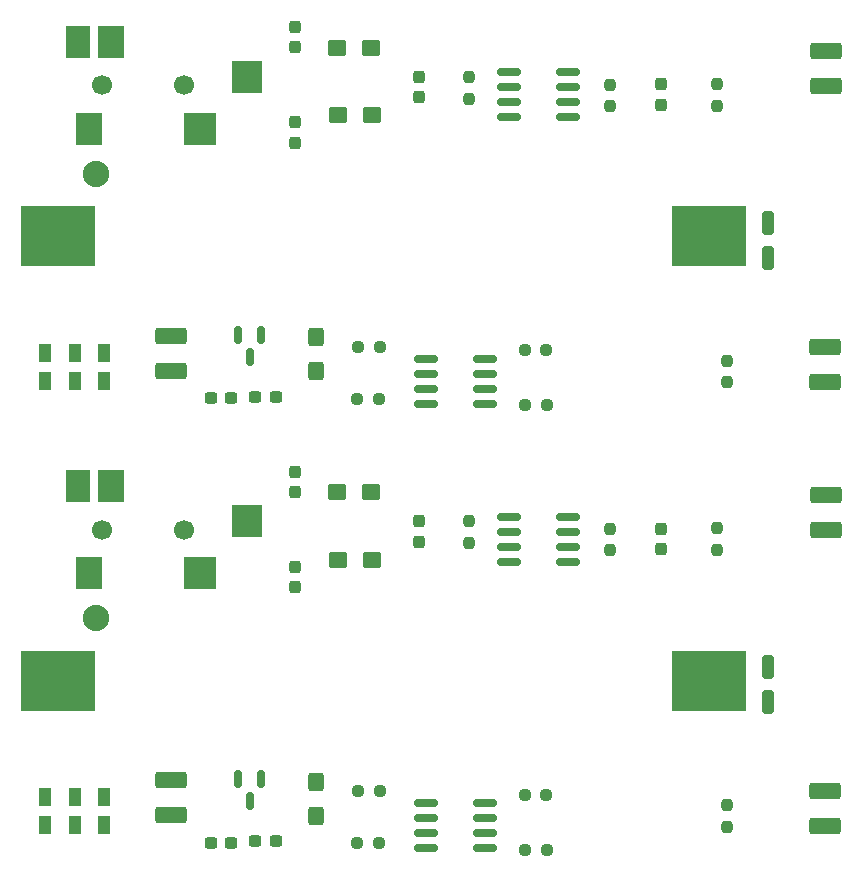
<source format=gbr>
%TF.GenerationSoftware,KiCad,Pcbnew,8.0.4*%
%TF.CreationDate,2024-08-24T22:44:35-07:00*%
%TF.ProjectId,SMDemfExplorerLEDvariationSingleCell_panelized,534d4465-6d66-4457-9870-6c6f7265724c,rev?*%
%TF.SameCoordinates,Original*%
%TF.FileFunction,Soldermask,Top*%
%TF.FilePolarity,Negative*%
%FSLAX46Y46*%
G04 Gerber Fmt 4.6, Leading zero omitted, Abs format (unit mm)*
G04 Created by KiCad (PCBNEW 8.0.4) date 2024-08-24 22:44:35*
%MOMM*%
%LPD*%
G01*
G04 APERTURE LIST*
G04 Aperture macros list*
%AMRoundRect*
0 Rectangle with rounded corners*
0 $1 Rounding radius*
0 $2 $3 $4 $5 $6 $7 $8 $9 X,Y pos of 4 corners*
0 Add a 4 corners polygon primitive as box body*
4,1,4,$2,$3,$4,$5,$6,$7,$8,$9,$2,$3,0*
0 Add four circle primitives for the rounded corners*
1,1,$1+$1,$2,$3*
1,1,$1+$1,$4,$5*
1,1,$1+$1,$6,$7*
1,1,$1+$1,$8,$9*
0 Add four rect primitives between the rounded corners*
20,1,$1+$1,$2,$3,$4,$5,0*
20,1,$1+$1,$4,$5,$6,$7,0*
20,1,$1+$1,$6,$7,$8,$9,0*
20,1,$1+$1,$8,$9,$2,$3,0*%
G04 Aperture macros list end*
%ADD10RoundRect,0.250000X-0.425000X0.537500X-0.425000X-0.537500X0.425000X-0.537500X0.425000X0.537500X0*%
%ADD11RoundRect,0.237500X-0.250000X-0.237500X0.250000X-0.237500X0.250000X0.237500X-0.250000X0.237500X0*%
%ADD12RoundRect,0.237500X0.237500X-0.300000X0.237500X0.300000X-0.237500X0.300000X-0.237500X-0.300000X0*%
%ADD13RoundRect,0.237500X-0.300000X-0.237500X0.300000X-0.237500X0.300000X0.237500X-0.300000X0.237500X0*%
%ADD14RoundRect,0.250001X-1.074999X0.462499X-1.074999X-0.462499X1.074999X-0.462499X1.074999X0.462499X0*%
%ADD15RoundRect,0.250000X-0.537500X-0.425000X0.537500X-0.425000X0.537500X0.425000X-0.537500X0.425000X0*%
%ADD16C,1.700000*%
%ADD17R,2.200000X2.800000*%
%ADD18R,2.000000X2.800000*%
%ADD19R,2.800000X2.800000*%
%ADD20R,2.600000X2.800000*%
%ADD21RoundRect,0.237500X-0.237500X0.300000X-0.237500X-0.300000X0.237500X-0.300000X0.237500X0.300000X0*%
%ADD22RoundRect,0.150000X-0.150000X0.587500X-0.150000X-0.587500X0.150000X-0.587500X0.150000X0.587500X0*%
%ADD23R,1.000000X1.600000*%
%ADD24RoundRect,0.237500X0.250000X0.237500X-0.250000X0.237500X-0.250000X-0.237500X0.250000X-0.237500X0*%
%ADD25RoundRect,0.237500X0.237500X-0.250000X0.237500X0.250000X-0.237500X0.250000X-0.237500X-0.250000X0*%
%ADD26RoundRect,0.250001X1.074999X-0.462499X1.074999X0.462499X-1.074999X0.462499X-1.074999X-0.462499X0*%
%ADD27RoundRect,0.237500X-0.237500X0.250000X-0.237500X-0.250000X0.237500X-0.250000X0.237500X0.250000X0*%
%ADD28RoundRect,0.150000X0.825000X0.150000X-0.825000X0.150000X-0.825000X-0.150000X0.825000X-0.150000X0*%
%ADD29RoundRect,0.250000X-0.250000X0.750000X-0.250000X-0.750000X0.250000X-0.750000X0.250000X0.750000X0*%
%ADD30RoundRect,0.150000X-0.825000X-0.150000X0.825000X-0.150000X0.825000X0.150000X-0.825000X0.150000X0*%
%ADD31C,2.235200*%
%ADD32R,6.350000X5.080000*%
%ADD33RoundRect,0.237500X0.300000X0.237500X-0.300000X0.237500X-0.300000X-0.237500X0.300000X-0.237500X0*%
G04 APERTURE END LIST*
D10*
%TO.C,C10*%
X181300000Y-29824063D03*
X181300000Y-32699063D03*
%TD*%
D11*
%TO.C,R12*%
X184775007Y-35049066D03*
X186599993Y-35049064D03*
%TD*%
D12*
%TO.C,C5*%
X179450002Y-13349065D03*
X179450000Y-11624063D03*
%TD*%
D13*
%TO.C,C11*%
X172349992Y-34999075D03*
X174075000Y-34999063D03*
%TD*%
D14*
%TO.C,L2*%
X224350000Y-30649063D03*
X224350008Y-33624075D03*
%TD*%
D15*
%TO.C,C1*%
X183100000Y-11049063D03*
X185975000Y-11049063D03*
%TD*%
D16*
%TO.C,J2*%
X163125480Y-8506088D03*
X170125482Y-8506087D03*
D17*
X163925486Y-4806089D03*
D18*
X161125480Y-4806088D03*
D17*
X162025480Y-12206081D03*
D19*
X171425481Y-12206078D03*
D20*
X175425481Y-7756087D03*
%TD*%
D21*
%TO.C,C15*%
X179524992Y-3574061D03*
X179525000Y-5299063D03*
%TD*%
D22*
%TO.C,U4*%
X176599997Y-29624068D03*
X174699996Y-29624062D03*
X175650000Y-31499063D03*
%TD*%
D11*
%TO.C,R5*%
X198950000Y-30924063D03*
X200775000Y-30924063D03*
%TD*%
D23*
%TO.C,SW1*%
X158350000Y-31124063D03*
X160850000Y-31124063D03*
X163350000Y-31124063D03*
X158350000Y-33524063D03*
X160850000Y-33524063D03*
X163350000Y-33524063D03*
%TD*%
D24*
%TO.C,R16*%
X200804897Y-35579176D03*
X198979895Y-35579178D03*
%TD*%
D25*
%TO.C,R8*%
X194200594Y-9622521D03*
X194200592Y-7797521D03*
%TD*%
D26*
%TO.C,L4*%
X169025004Y-32674065D03*
X169025000Y-29699063D03*
%TD*%
%TO.C,L1*%
X224475000Y-8549063D03*
X224474996Y-5574061D03*
%TD*%
D21*
%TO.C,C7*%
X190009754Y-7786069D03*
X190009752Y-9511071D03*
%TD*%
D25*
%TO.C,R7*%
X216050002Y-33636562D03*
X216049998Y-31811564D03*
%TD*%
D11*
%TO.C,R11*%
X184850000Y-30624063D03*
X186675000Y-30624063D03*
%TD*%
D21*
%TO.C,C8*%
X210449992Y-8424061D03*
X210450000Y-10149063D03*
%TD*%
D25*
%TO.C,R9*%
X206134752Y-10261071D03*
X206134746Y-8436073D03*
%TD*%
D27*
%TO.C,R10*%
X215200000Y-8399063D03*
X215200006Y-10224065D03*
%TD*%
D28*
%TO.C,U3*%
X195557801Y-35490795D03*
X195557801Y-34220795D03*
X195557801Y-32950795D03*
X195557801Y-31680795D03*
X190607801Y-31680795D03*
X190607801Y-32950795D03*
X190607801Y-34220795D03*
X190607801Y-35490795D03*
%TD*%
D29*
%TO.C,D2*%
X219499992Y-20124067D03*
X219500000Y-23124063D03*
%TD*%
D15*
%TO.C,C2*%
X183025000Y-5349063D03*
X185900000Y-5349063D03*
%TD*%
D30*
%TO.C,U2*%
X197630812Y-7389839D03*
X197630812Y-8659839D03*
X197630812Y-9929839D03*
X197630812Y-11199839D03*
X202580812Y-11199839D03*
X202580812Y-9929839D03*
X202580812Y-8659839D03*
X202580812Y-7389839D03*
%TD*%
D31*
%TO.C,BT2*%
X162603298Y-15990466D03*
D32*
X159428303Y-21299065D03*
X214571697Y-21299061D03*
%TD*%
D33*
%TO.C,C14*%
X177850008Y-34899059D03*
X176125000Y-34899063D03*
%TD*%
%TO.C,C14*%
X177850008Y-72524996D03*
X176125000Y-72525000D03*
%TD*%
D31*
%TO.C,BT2*%
X162603298Y-53616403D03*
D32*
X159428303Y-58925002D03*
X214571697Y-58924998D03*
%TD*%
D30*
%TO.C,U2*%
X197630812Y-45015776D03*
X197630812Y-46285776D03*
X197630812Y-47555776D03*
X197630812Y-48825776D03*
X202580812Y-48825776D03*
X202580812Y-47555776D03*
X202580812Y-46285776D03*
X202580812Y-45015776D03*
%TD*%
D15*
%TO.C,C2*%
X183025000Y-42975000D03*
X185900000Y-42975000D03*
%TD*%
D29*
%TO.C,D2*%
X219499992Y-57750004D03*
X219500000Y-60750000D03*
%TD*%
D28*
%TO.C,U3*%
X195557801Y-73116732D03*
X195557801Y-71846732D03*
X195557801Y-70576732D03*
X195557801Y-69306732D03*
X190607801Y-69306732D03*
X190607801Y-70576732D03*
X190607801Y-71846732D03*
X190607801Y-73116732D03*
%TD*%
D27*
%TO.C,R10*%
X215200000Y-46025000D03*
X215200006Y-47850002D03*
%TD*%
D25*
%TO.C,R9*%
X206134752Y-47887008D03*
X206134746Y-46062010D03*
%TD*%
D21*
%TO.C,C8*%
X210449992Y-46049998D03*
X210450000Y-47775000D03*
%TD*%
D11*
%TO.C,R11*%
X184850000Y-68250000D03*
X186675000Y-68250000D03*
%TD*%
D25*
%TO.C,R7*%
X216050002Y-71262499D03*
X216049998Y-69437501D03*
%TD*%
D21*
%TO.C,C7*%
X190009754Y-45412006D03*
X190009752Y-47137008D03*
%TD*%
D26*
%TO.C,L1*%
X224475000Y-46175000D03*
X224474996Y-43199998D03*
%TD*%
%TO.C,L4*%
X169025004Y-70300002D03*
X169025000Y-67325000D03*
%TD*%
D25*
%TO.C,R8*%
X194200594Y-47248458D03*
X194200592Y-45423458D03*
%TD*%
D24*
%TO.C,R16*%
X200804897Y-73205113D03*
X198979895Y-73205115D03*
%TD*%
D23*
%TO.C,SW1*%
X158350000Y-68750000D03*
X160850000Y-68750000D03*
X163350000Y-68750000D03*
X158350000Y-71150000D03*
X160850000Y-71150000D03*
X163350000Y-71150000D03*
%TD*%
D11*
%TO.C,R5*%
X198950000Y-68550000D03*
X200775000Y-68550000D03*
%TD*%
D22*
%TO.C,U4*%
X176599997Y-67250005D03*
X174699996Y-67249999D03*
X175650000Y-69125000D03*
%TD*%
D21*
%TO.C,C15*%
X179524992Y-41199998D03*
X179525000Y-42925000D03*
%TD*%
D16*
%TO.C,J2*%
X163125480Y-46132025D03*
X170125482Y-46132024D03*
D17*
X163925486Y-42432026D03*
D18*
X161125480Y-42432025D03*
D17*
X162025480Y-49832018D03*
D19*
X171425481Y-49832015D03*
D20*
X175425481Y-45382024D03*
%TD*%
D15*
%TO.C,C1*%
X183100000Y-48675000D03*
X185975000Y-48675000D03*
%TD*%
D14*
%TO.C,L2*%
X224350000Y-68275000D03*
X224350008Y-71250012D03*
%TD*%
D13*
%TO.C,C11*%
X172349992Y-72625012D03*
X174075000Y-72625000D03*
%TD*%
D12*
%TO.C,C5*%
X179450002Y-50975002D03*
X179450000Y-49250000D03*
%TD*%
D11*
%TO.C,R12*%
X184775007Y-72675003D03*
X186599993Y-72675001D03*
%TD*%
D10*
%TO.C,C10*%
X181300000Y-67450000D03*
X181300000Y-70325000D03*
%TD*%
M02*

</source>
